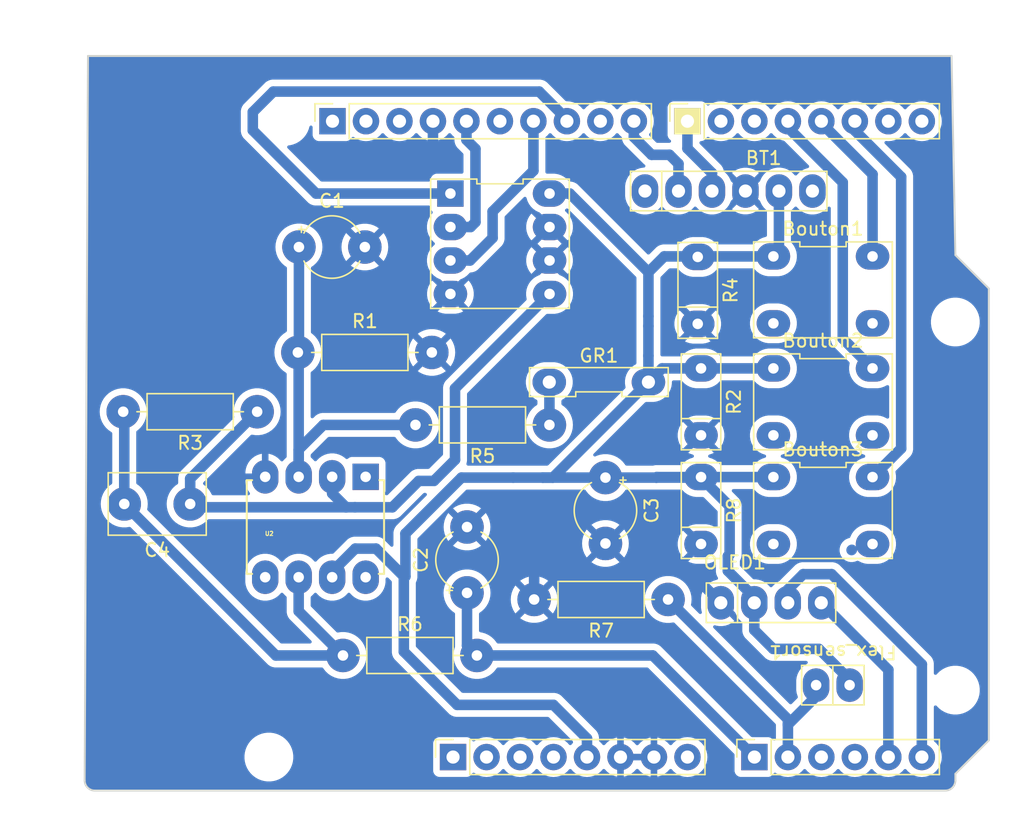
<source format=kicad_pcb>
(kicad_pcb (version 20240108) (generator "pcbnew") (generator_version "8.0")
  (title_block (date "mar. 31 mars 2015"))
  (layers (0 "F.Cu" signal) (31 "B.Cu" power) (34 "B.Paste" user) (35 "F.Paste" user) (36 "B.SilkS" user "B.Silkscreen") (37 "F.SilkS" user "F.Silkscreen") (38 "B.Mask" user) (39 "F.Mask" user) (44 "Edge.Cuts" user))
  (net 0 "")
  (net 1 "GND")
  (net 3 "+5V")
  (net 4 "/IOREF")
  (net 5 "P_SI")
  (net 6 "OLED_SCK")
  (net 7 "/A2")
  (net 8 "/A3")
  (net 9 "P_SCK")
  (net 10 "P_CS")
  (net 11 "OLED_SDT")
  (net 12 "/12")
  (net 13 "/AREF")
  (net 14 "BT_RX")
  (net 15 "FS_ADC")
  (net 16 "ADC")
  (net 17 "ER_SWITCH")
  (net 18 "/*9")
  (net 19 "BT_TX")
  (net 20 "ER_CLK")
  (net 21 "/*6")
  (net 22 "/*5")
  (net 23 "/TX{slash}1")
  (net 24 "ER_DT")
  (net 25 "/RX{slash}0")
  (net 26 "+3V3")
  (net 27 "VCC")
  (net 28 "/~{RESET}")
  (net 29 "Net-(U2-+IN)")
  (net 30 "Net-(U2-OUT)")
  (net 31 "Net-(U1-PA0)")
  (net 35 "/A5")
  (net 36 "/A4")
  (net 37 "Net-(GR1-Pad2)")
  (net 44 "unconnected-(Bouton3-Pad4)")
  (footprint "Connector_PinSocket_2.54mm:PinSocket_1x08_P2.54mm_Vertical" (layer "F.Cu") (at 127.94 97.46 90)
    (property "Reference" "J1" (hide yes))
    (property "Value" "Power")
    (fp_line (start 1.33 -1.33) (end 1.33 0) (stroke (width 0.12)) (layer "F.SilkS"))
    (fp_line (start 0 -1.33) (end 1.33 -1.33) (stroke (width 0.12)) (layer "F.SilkS"))
    (fp_line (start 1.33 1.27) (end 1.33 19.11) (stroke (width 0.12)) (layer "F.SilkS"))
    (fp_line (start -1.33 1.27) (end 1.33 1.27) (stroke (width 0.12)) (layer "F.SilkS"))
    (fp_line (start -1.33 1.27) (end -1.33 19.11) (stroke (width 0.12)) (layer "F.SilkS"))
    (fp_line (start -1.33 19.11) (end 1.33 19.11) (stroke (width 0.12)) (layer "F.SilkS"))
    (pad "1" thru_hole rect (at 0 0 90) (size 2 2) (drill 1) (layers "*.Cu" "*.Mask"))
    (pad "2" thru_hole oval (at 0 2.54 90) (size 2 2) (drill 1) (layers "*.Cu" "*.Mask") (net 4 "/IOREF"))
    (pad "3" thru_hole oval (at 0 5.08 90) (size 2 2) (drill 1) (layers "*.Cu" "*.Mask") (net 28 "/~{RESET}"))
    (pad "4" thru_hole oval (at 0 7.62 90) (size 2 2) (drill 1) (layers "*.Cu" "*.Mask") (net 26 "+3V3"))
    (pad "5" thru_hole oval (at 0 10.16 90) (size 2 2) (drill 1) (layers "*.Cu" "*.Mask") (net 3 "+5V"))
    (pad "6" thru_hole oval (at 0 12.7 90) (size 2 2) (drill 1) (layers "*.Cu" "*.Mask") (net 1 "GND"))
    (pad "7" thru_hole oval (at 0 15.24 90) (size 2 2) (drill 1) (layers "*.Cu" "*.Mask") (net 1 "GND"))
    (pad "8" thru_hole oval (at 0 17.78 90) (size 2 2) (drill 1) (layers "*.Cu" "*.Mask") (net 27 "VCC"))
  )
  (footprint "Connector_PinSocket_2.54mm:PinSocket_1x06_P2.54mm_Vertical" (layer "F.Cu") (at 150.8 97.46 90)
    (property "Reference" "J3" (hide yes))
    (property "Value" "Analog")
    (fp_line (start 1.33 -1.33) (end 1.33 0) (stroke (width 0.12)) (layer "F.SilkS"))
    (fp_line (start 0 -1.33) (end 1.33 -1.33) (stroke (width 0.12)) (layer "F.SilkS"))
    (fp_line (start 1.33 1.27) (end 1.33 14.03) (stroke (width 0.12)) (layer "F.SilkS"))
    (fp_line (start -1.33 1.27) (end 1.33 1.27) (stroke (width 0.12)) (layer "F.SilkS"))
    (fp_line (start -1.33 1.27) (end -1.33 14.03) (stroke (width 0.12)) (layer "F.SilkS"))
    (fp_line (start -1.33 14.03) (end 1.33 14.03) (stroke (width 0.12)) (layer "F.SilkS"))
    (pad "1" thru_hole rect (at 0 0 90) (size 2 2) (drill 1) (layers "*.Cu" "*.Mask") (net 16 "ADC"))
    (pad "2" thru_hole oval (at 0 2.54 90) (size 2 2) (drill 1) (layers "*.Cu" "*.Mask") (net 15 "FS_ADC"))
    (pad "3" thru_hole oval (at 0 5.08 90) (size 2 2) (drill 1) (layers "*.Cu" "*.Mask") (net 7 "/A2"))
    (pad "4" thru_hole oval (at 0 7.62 90) (size 2 2) (drill 1) (layers "*.Cu" "*.Mask") (net 8 "/A3"))
    (pad "5" thru_hole oval (at 0 10.16 90) (size 2 2) (drill 1) (layers "*.Cu" "*.Mask") (net 11 "OLED_SDT"))
    (pad "6" thru_hole oval (at 0 12.7 90) (size 2 2) (drill 1) (layers "*.Cu" "*.Mask") (net 6 "OLED_SCK"))
  )
  (footprint "Connector_PinSocket_2.54mm:PinSocket_1x10_P2.54mm_Vertical" (layer "F.Cu") (at 118.796 49.2 90)
    (property "Reference" "J2" (hide yes))
    (property "Value" "Digital/PWM")
    (fp_line (start 1.33 -1.33) (end 1.33 0) (stroke (width 0.12)) (layer "F.SilkS"))
    (fp_line (start 0 -1.33) (end 1.33 -1.33) (stroke (width 0.12)) (layer "F.SilkS"))
    (fp_line (start 1.33 1.27) (end 1.33 24.19) (stroke (width 0.12)) (layer "F.SilkS"))
    (fp_line (start -1.33 1.27) (end 1.33 1.27) (stroke (width 0.12)) (layer "F.SilkS"))
    (fp_line (start -1.33 1.27) (end -1.33 24.19) (stroke (width 0.12)) (layer "F.SilkS"))
    (fp_line (start -1.33 24.19) (end 1.33 24.19) (stroke (width 0.12)) (layer "F.SilkS"))
    (pad "1" thru_hole rect (at 0 0 90) (size 2 2) (drill 1) (layers "*.Cu" "*.Mask") (net 35 "/A5"))
    (pad "2" thru_hole oval (at 0 2.54 90) (size 2 2) (drill 1) (layers "*.Cu" "*.Mask") (net 36 "/A4"))
    (pad "3" thru_hole oval (at 0 5.08 90) (size 2 2) (drill 1) (layers "*.Cu" "*.Mask") (net 13 "/AREF"))
    (pad "4" thru_hole oval (at 0 7.62 90) (size 2 2) (drill 1) (layers "*.Cu" "*.Mask") (net 1 "GND"))
    (pad "5" thru_hole oval (at 0 10.16 90) (size 2 2) (drill 1) (layers "*.Cu" "*.Mask") (net 9 "P_SCK"))
    (pad "6" thru_hole oval (at 0 12.7 90) (size 2 2) (drill 1) (layers "*.Cu" "*.Mask") (net 12 "/12"))
    (pad "7" thru_hole oval (at 0 15.24 90) (size 2 2) (drill 1) (layers "*.Cu" "*.Mask") (net 5 "P_SI"))
    (pad "8" thru_hole oval (at 0 17.78 90) (size 2 2) (drill 1) (layers "*.Cu" "*.Mask") (net 10 "P_CS"))
    (pad "9" thru_hole oval (at 0 20.32 90) (size 2 2) (drill 1) (layers "*.Cu" "*.Mask") (net 18 "/*9"))
    (pad "10" thru_hole oval (at 0 22.86 90) (size 2 2) (drill 1) (layers "*.Cu" "*.Mask") (net 14 "BT_RX"))
  )
  (footprint "Connector_PinSocket_2.54mm:PinSocket_1x08_P2.54mm_Vertical" (layer "F.Cu") (at 145.72 49.2 90)
    (property "Reference" "J4" (hide yes))
    (property "Value" "Digital/PWM")
    (fp_line (start 1.33 -1.33) (end 1.33 0) (stroke (width 0.12)) (layer "F.SilkS"))
    (fp_line (start 0 -1.33) (end 1.33 -1.33) (stroke (width 0.12)) (layer "F.SilkS"))
    (fp_line (start 1.33 1.27) (end 1.33 19.11) (stroke (width 0.12)) (layer "F.SilkS"))
    (fp_line (start -1.33 1.27) (end 1.33 1.27) (stroke (width 0.12)) (layer "F.SilkS"))
    (fp_line (start -1.33 1.27) (end -1.33 19.11) (stroke (width 0.12)) (layer "F.SilkS"))
    (fp_line (start -1.33 19.11) (end 1.33 19.11) (stroke (width 0.12)) (layer "F.SilkS"))
    (pad "1" thru_hole rect (at 0 0 90) (size 2 2) (drill 1) (layers "*.Cu" "*.Mask" "F.SilkS") (net 19 "BT_TX"))
    (pad "2" thru_hole oval (at 0 2.54 90) (size 2 2) (drill 1) (layers "*.Cu" "*.Mask") (net 21 "/*6"))
    (pad "3" thru_hole oval (at 0 5.08 90) (size 2 2) (drill 1) (layers "*.Cu" "*.Mask") (net 22 "/*5"))
    (pad "4" thru_hole oval (at 0 7.62 90) (size 2 2) (drill 1) (layers "*.Cu" "*.Mask") (net 24 "ER_DT"))
    (pad "5" thru_hole oval (at 0 10.16 90) (size 2 2) (drill 1) (layers "*.Cu" "*.Mask") (net 20 "ER_CLK"))
    (pad "6" thru_hole oval (at 0 12.7 90) (size 2 2) (drill 1) (layers "*.Cu" "*.Mask") (net 17 "ER_SWITCH"))
    (pad "7" thru_hole oval (at 0 15.24 90) (size 2 2) (drill 1) (layers "*.Cu" "*.Mask") (net 23 "/TX{slash}1"))
    (pad "8" thru_hole oval (at 0 17.78 90) (size 2 2) (drill 1) (layers "*.Cu" "*.Mask") (net 25 "/RX{slash}0"))
  )
  (footprint "Resistor_THT:R_Axial_DIN0207_L6.3mm_D2.5mm_P10.16mm_Horizontal" (layer "F.Cu") (at 113.08 71.25 180)
    (property "Reference" "R3" (at 5.08 -2.37 180) (layer "F.SilkS"))
    (property "Value" "100k")
    (fp_line (start 9.12 0) (end 8.35 0) (stroke (width 0.12)) (layer "F.SilkS"))
    (fp_line (start 8.35 1.37) (end 8.35 -1.37) (stroke (width 0.12)) (layer "F.SilkS"))
    (fp_line (start 8.35 -1.37) (end 1.81 -1.37) (stroke (width 0.12)) (layer "F.SilkS"))
    (fp_line (start 1.81 1.37) (end 8.35 1.37) (stroke (width 0.12)) (layer "F.SilkS"))
    (fp_line (start 1.81 -1.37) (end 1.81 1.37) (stroke (width 0.12)) (layer "F.SilkS"))
    (fp_line (start 1.04 0) (end 1.81 0) (stroke (width 0.12)) (layer "F.SilkS"))
    (pad "1" thru_hole circle (at 0 0 180) (size 2.54 2.54) (drill 0.8) (layers "*.Cu" "*.Mask") (net 31 "Net-(U1-PA0)"))
    (pad "2" thru_hole circle (at 10.16 0 180) (size 2.54 2.54) (drill 0.8) (layers "*.Cu" "*.Mask") (net 30 "Net-(U2-OUT)"))
  )
  (footprint "MaLyb_projet:Res_debout" (layer "F.Cu") (at 146.75 78.75 90)
    (property "Reference" "R8" (at 0 2.5 90) (layer "F.SilkS"))
    (property "Value" "~")
    (fp_line (start 3.64 -1.5) (end 3.64 1.5) (stroke (width 0.12)) (layer "F.SilkS"))
    (fp_line (start -1.27 -1.5) (end -1.27 1.5) (stroke (width 0.12)) (layer "F.SilkS"))
    (fp_line (start -3.64 -1.5) (end 3.64 -1.5) (stroke (width 0.12)) (layer "F.SilkS"))
    (fp_line (start 3.64 1.5) (end -3.64 1.5) (stroke (width 0.12)) (layer "F.SilkS"))
    (fp_line (start -3.64 1.5) (end -3.64 -1.5) (stroke (width 0.12)) (layer "F.SilkS"))
    (pad "1" thru_hole oval (at -2.54 0 90) (size 2 2.54) (drill 0.8) (layers "*.Cu" "*.Mask") (net 1 "GND"))
    (pad "2" thru_hole oval (at 2.54 0 90) (size 2 2.54) (drill 0.8) (layers "*.Cu" "*.Mask") (net 3 "+5V"))
  )
  (footprint "MaLyb_projet:Bouton" (layer "F.Cu") (at 156 78.75 -90)
    (property "Reference" "Bouton3" (at -4.64 0 0) (layer "F.SilkS"))
    (property "Value" "~")
    (fp_line (start -3.64 5.26) (end 3.639999 5.26) (stroke (width 0.12)) (layer "F.SilkS"))
    (fp_line (start 3.639999 5.26) (end 3.64 -5.26) (stroke (width 0.12)) (layer "F.SilkS"))
    (fp_line (start -3.64 1.753333) (end -3.64 5.26) (stroke (width 0.12)) (layer "F.SilkS"))
    (fp_line (start -3.28 1.753333) (end -3.64 1.753333) (stroke (width 0.12)) (layer "F.SilkS"))
    (fp_line (start -3.64 -1.753333) (end -3.28 -1.753333) (stroke (width 0.12)) (layer "F.SilkS"))
    (fp_line (start -3.28 -1.753333) (end -3.28 1.753333) (stroke (width 0.12)) (layer "F.SilkS"))
    (fp_line (start -3.639999 -5.26) (end -3.64 -1.753333) (stroke (width 0.12)) (layer "F.SilkS"))
    (fp_line (start 3.64 -5.26) (end -3.639999 -5.26) (stroke (width 0.12)) (layer "F.SilkS"))
    (pad "1" thru_hole oval (at -2.54 3.76 270) (size 2 2.54) (drill 0.8) (layers "*.Cu" "*.Mask") (net 3 "+5V"))
    (pad "2" thru_hole oval (at 2.54 3.76 270) (size 2 2.54) (drill 0.8) (layers "*.Cu" "*.Mask"))
    (pad "3" thru_hole oval (at -2.54 -3.76 270) (size 2 2.54) (drill 0.8) (layers "*.Cu" "*.Mask") (net 17 "ER_SWITCH"))
    (pad "4" thru_hole oval (at 2.54 -3.76 270) (size 2 2.54) (drill 0.8) (layers "*.Cu" "*.Mask") (net 44 "unconnected-(Bouton3-Pad4)"))
  )
  (footprint "MaLyb_projet:OLED" (layer "F.Cu") (at 152.06 85.75)
    (property "Reference" "OLED1" (at -2.75 -3.06 0) (layer "F.SilkS"))
    (property "Value" "~")
    (fp_line (start -4.91 -1.5) (end 4.91 -1.5) (stroke (width 0.12)) (layer "F.SilkS"))
    (fp_line (start -4.91 1.5) (end -4.91 -1.5) (stroke (width 0.12)) (layer "F.SilkS"))
    (fp_line (start -2.54 -1.5) (end -2.54 1.5) (stroke (width 0.12)) (layer "F.SilkS"))
    (fp_line (start 4.91 -1.5) (end 4.91 1.5) (stroke (width 0.12)) (layer "F.SilkS"))
    (fp_line (start 4.91 1.5) (end -4.91 1.5) (stroke (width 0.12)) (layer "F.SilkS"))
    (pad "1" thru_hole oval (at -3.81 0) (size 2 2.54) (drill 1) (layers "*.Cu" "*.Mask") (net 1 "GND"))
    (pad "2" thru_hole oval (at -1.27 0) (size 2 2.54) (drill 1) (layers "*.Cu" "*.Mask") (net 3 "+5V"))
    (pad "3" thru_hole oval (at 1.27 0) (size 2 2.54) (drill 1) (layers "*.Cu" "*.Mask") (net 6 "OLED_SCK"))
    (pad "4" thru_hole oval (at 3.81 0) (size 2 2.54) (drill 1) (layers "*.Cu" "*.Mask") (net 11 "OLED_SDT"))
  )
  (footprint "Capacitor_THT:CP_Radial_Tantal_D4.5mm_P5.00mm" (layer "F.Cu") (at 116.25 58.75)
    (property "Reference" "C1" (at 2.5 -3.5 0) (layer "F.SilkS"))
    (property "Value" "100n")
    (fp_line (start -0.037288 -1.335) (end 0.412712 -1.335) (stroke (width 0.12)) (layer "F.SilkS"))
    (fp_line (start 0.187712 -1.56) (end 0.187712 -1.11) (stroke (width 0.12)) (layer "F.SilkS"))
    (fp_arc (start 0.380259 -1.06) (mid 2.5 -2.37) (end 4.619741 -1.06) (stroke (width 0.12)) (layer "F.SilkS"))
    (fp_arc (start 4.619741 1.06) (mid 2.5 2.37) (end 0.380259 1.06) (stroke (width 0.12)) (layer "F.SilkS"))
    (pad "1" thru_hole circle (at 0 0) (size 2.54 2.54) (drill 0.8) (layers "*.Cu" "*.Mask") (net 29 "Net-(U2-+IN)"))
    (pad "2" thru_hole circle (at 5 0) (size 2.54 2.54) (drill 0.8) (layers "*.Cu" "*.Mask") (net 1 "GND"))
  )
  (footprint "Capacitor_THT:C_Rect_L7.2mm_W4.5mm_P5.00mm_FKS2_FKP2_MKS2_MKP2" (layer "F.Cu") (at 108 78.25 180)
    (property "Reference" "C4" (at 2.5 -3.5 180) (layer "F.SilkS"))
    (property "Value" "1µ")
    (fp_line (start 6.22 -2.37) (end 6.22 2.37) (stroke (width 0.12)) (layer "F.SilkS"))
    (fp_line (start -1.22 2.37) (end 6.22 2.37) (stroke (width 0.12)) (layer "F.SilkS"))
    (fp_line (start -1.22 -2.37) (end 6.22 -2.37) (stroke (width 0.12)) (layer "F.SilkS"))
    (fp_line (start -1.22 -2.37) (end -1.22 2.37) (stroke (width 0.12)) (layer "F.SilkS"))
    (pad "1" thru_hole circle (at 0 0 180) (size 2.54 2.54) (drill 0.8) (layers "*.Cu" "*.Mask") (net 31 "Net-(U1-PA0)"))
    (pad "2" thru_hole circle (at 5 0 180) (size 2.54 2.54) (drill 0.8) (layers "*.Cu" "*.Mask") (net 30 "Net-(U2-OUT)"))
  )
  (footprint "Resistor_THT:R_Axial_DIN0207_L6.3mm_D2.5mm_P10.16mm_Horizontal" (layer "F.Cu") (at 144.25 85.5 180)
    (property "Reference" "R7" (at 5.08 -2.37 180) (layer "F.SilkS"))
    (property "Value" "47k")
    (fp_line (start 9.12 0) (end 8.35 0) (stroke (width 0.12)) (layer "F.SilkS"))
    (fp_line (start 8.35 1.37) (end 8.35 -1.37) (stroke (width 0.12)) (layer "F.SilkS"))
    (fp_line (start 8.35 -1.37) (end 1.81 -1.37) (stroke (width 0.12)) (layer "F.SilkS"))
    (fp_line (start 1.81 1.37) (end 8.35 1.37) (stroke (width 0.12)) (layer "F.SilkS"))
    (fp_line (start 1.81 -1.37) (end 1.81 1.37) (stroke (width 0.12)) (layer "F.SilkS"))
    (fp_line (start 1.04 0) (end 1.81 0) (stroke (width 0.12)) (layer "F.SilkS"))
    (pad "1" thru_hole circle (at 0 0 180) (size 2.54 2.54) (drill 0.8) (layers "*.Cu" "*.Mask") (net 15 "FS_ADC"))
    (pad "2" thru_hole circle (at 10.16 0 180) (size 2.54 2.54) (drill 0.8) (layers "*.Cu" "*.Mask") (net 1 "GND"))
  )
  (footprint "Capacitor_THT:CP_Radial_Tantal_D4.5mm_P5.00mm" (layer "F.Cu") (at 139.5 76.25 -90)
    (property "Reference" "C3" (at 2.5 -3.5 90) (layer "F.SilkS"))
    (property "Value" "100n")
    (fp_line (start -0.037288 -1.335) (end 0.412712 -1.335) (stroke (width 0.12)) (layer "F.SilkS"))
    (fp_line (start 0.187712 -1.56) (end 0.187712 -1.11) (stroke (width 0.12)) (layer "F.SilkS"))
    (fp_arc (start 4.619741 1.06) (mid 2.5 2.37) (end 0.380259 1.06) (stroke (width 0.12)) (layer "F.SilkS"))
    (fp_arc (start 0.380259 -1.06) (mid 2.5 -2.37) (end 4.619741 -1.06) (stroke (width 0.12)) (layer "F.SilkS"))
    (pad "1" thru_hole circle (at 0 0 270) (size 2.54 2.54) (drill 0.8) (layers "*.Cu" "*.Mask") (net 3 "+5V"))
    (pad "2" thru_hole circle (at 5 0 270) (size 2.54 2.54) (drill 0.8) (layers "*.Cu" "*.Mask") (net 1 "GND"))
  )
  (footprint "MaLyb_projet:MCP41100" (layer "F.Cu") (at 131.5 58.5 -90)
    (property "Reference" "U1" (hide yes))
    (property "Value" "MCP41100")
    (fp_line (start -4.91 5.26) (end 4.91 5.26) (stroke (width 0.12)) (layer "F.SilkS"))
    (fp_line (start 4.91 5.26) (end 4.91 -5.26) (stroke (width 0.12)) (layer "F.SilkS"))
    (fp_line (start -4.91 1.753333) (end -4.91 5.26) (stroke (width 0.12)) (layer "F.SilkS"))
    (fp_line (start -4.55 1.753333) (end -4.91 1.753333) (stroke (width 0.12)) (layer "F.SilkS"))
    (fp_line (start -4.91 -1.753333) (end -4.55 -1.753333) (stroke (width 0.12)) (layer "F.SilkS"))
    (fp_line (start -4.55 -1.753333) (end -4.55 1.753333) (stroke (width 0.12)) (layer "F.SilkS"))
    (fp_line (start -4.91 -5.26) (end -4.91 -1.753333) (stroke (width 0.12)) (layer "F.SilkS"))
    (fp_line (start 4.91 -5.26) (end -4.91 -5.26) (stroke (width 0.12)) (layer "F.SilkS"))
    (pad "1" thru_hole rect (at -3.81 3.76 270) (size 2 2) (drill 0.8) (layers "*.Cu" "*.Mask") (net 10 "P_CS"))
    (pad "2" thru_hole oval (at -1.27 3.76 270) (size 2 2.54) (drill 0.8) (layers "*.Cu" "*.Mask") (net 9 "P_SCK"))
    (pad "3" thru_hole oval (at 1.27 3.76 270) (size 2 2.54) (drill 0.8) (layers "*.Cu" "*.Mask") (net 5 "P_SI"))
    (pad "4" thru_hole oval (at 3.81 3.76 270) (size 2 2.54) (drill 0.8) (layers "*.Cu" "*.Mask") (net 1 "GND"))
    (pad "5" thru_hole oval (at 3.81 -3.76 270) (size 2 2.54) (drill 0.8) (layers "*.Cu" "*.Mask") (net 31 "Net-(U1-PA0)"))
    (pad "6" thru_hole oval (at 1.27 -3.76 270) (size 2 2.54) (drill 0.8) (layers "*.Cu" "*.Mask") (net 1 "GND"))
    (pad "7" thru_hole oval (at -1.27 -3.76 270) (size 2 2.54) (drill 0.8) (layers "*.Cu" "*.Mask") (net 1 "GND"))
    (pad "8" thru_hole oval (at -3.81 -3.76 270) (size 2 2.54) (drill 0.8) (layers "*.Cu" "*.Mask") (net 3 "+5V"))
  )
  (footprint "Arduino_MountingHole:MountingHole_3.2mm" (layer "F.Cu") (at 115.24 49.2)
    (property "Reference" "MH1" (hide yes))
    (property "Value" "MountingHole_3.2mm" (hide yes))
    (pad "" np_thru_hole circle (at 0 0) (size 3.2 3.2) (drill 3.2) (layers "*.Cu" "*.Mask"))
  )
  (footprint "MaLyb_projet:Res_debout" (layer "F.Cu") (at 146.75 70.5 90)
    (property "Reference" "R2" (at 0 2.5 90) (layer "F.SilkS"))
    (property "Value" "~")
    (fp_line (start 3.64 -1.5) (end 3.64 1.5) (stroke (width 0.12)) (layer "F.SilkS"))
    (fp_line (start -1.27 -1.5) (end -1.27 1.5) (stroke (width 0.12)) (layer "F.SilkS"))
    (fp_line (start -3.64 -1.5) (end 3.64 -1.5) (stroke (width 0.12)) (layer "F.SilkS"))
    (fp_line (start 3.64 1.5) (end -3.64 1.5) (stroke (width 0.12)) (layer "F.SilkS"))
    (fp_line (start -3.64 1.5) (end -3.64 -1.5) (stroke (width 0.12)) (layer "F.SilkS"))
    (pad "1" thru_hole oval (at -2.54 0 90) (size 2 2.54) (drill 0.8) (layers "*.Cu" "*.Mask") (net 1 "GND"))
    (pad "2" thru_hole oval (at 2.54 0 90) (size 2 2.54) (drill 0.8) (layers "*.Cu" "*.Mask") (net 3 "+5V"))
  )
  (footprint "MaLyb_projet:Bouton" (layer "F.Cu") (at 156 62 -90)
    (property "Reference" "Bouton1" (at -4.64 0 0) (layer "F.SilkS"))
    (property "Value" "~")
    (fp_line (start -3.64 5.26) (end 3.639999 5.26) (stroke (width 0.12)) (layer "F.SilkS"))
    (fp_line (start 3.639999 5.26) (end 3.64 -5.26) (stroke (width 0.12)) (layer "F.SilkS"))
    (fp_line (start -3.64 1.753333) (end -3.64 5.26) (stroke (width 0.12)) (layer "F.SilkS"))
    (fp_line (start -3.28 1.753333) (end -3.64 1.753333) (stroke (width 0.12)) (layer "F.SilkS"))
    (fp_line (start -3.64 -1.753333) (end -3.28 -1.753333) (stroke (width 0.12)) (layer "F.SilkS"))
    (fp_line (start -3.28 -1.753333) (end -3.28 1.753333) (stroke (width 0.12)) (layer "F.SilkS"))
    (fp_line (start -3.639999 -5.26) (end -3.64 -1.753333) (stroke (width 0.12)) (layer "F.SilkS"))
    (fp_line (start 3.64 -5.26) (end -3.639999 -5.26) (stroke (width 0.12)) (layer "F.SilkS"))
    (pad "1" thru_hole oval (at -2.54 3.76 270) (size 2 2.54) (drill 0.8) (layers "*.Cu" "*.Mask") (net 3 "+5V"))
    (pad "2" thru_hole oval (at 2.54 3.76 270) (size 2 2.54) (drill 0.8) (layers "*.Cu" "*.Mask"))
    (pad "3" thru_hole oval (at -2.54 -3.76 270) (size 2 2.54) (drill 0.8) (layers "*.Cu" "*.Mask") (net 20 "ER_CLK"))
    (pad "4" thru_hole oval (at 2.54 -3.76 270) (size 2 2.54) (drill 0.8) (layers "*.Cu" "*.Mask"))
  )
  (footprint "Capacitor_THT:CP_Radial_Tantal_D4.5mm_P5.00mm" (layer "F.Cu") (at 129 85 90)
    (property "Reference" "C2" (at 2.5 -3.5 -90) (layer "F.SilkS"))
    (property "Value" "100n")
    (fp_line (start 0.187712 -1.56) (end 0.187712 -1.11) (stroke (width 0.12)) (layer "F.SilkS"))
    (fp_line (start -0.037288 -1.335) (end 0.412712 -1.335) (stroke (width 0.12)) (layer "F.SilkS"))
    (fp_arc (start 0.380259 -1.06) (mid 2.5 -2.37) (end 4.619741 -1.06) (stroke (width 0.12)) (layer "F.SilkS"))
    (fp_arc (start 4.619741 1.06) (mid 2.5 2.37) (end 0.380259 1.06) (stroke (width 0.12)) (layer "F.SilkS"))
    (pad "1" thru_hole circle (at 0 0 90) (size 2.54 2.54) (drill 0.8) (layers "*.Cu" "*.Mask") (net 16 "ADC"))
    (pad "2" thru_hole circle (at 5 0 90) (size 2.54 2.54) (drill 0.8) (layers "*.Cu" "*.Mask") (net 1 "GND"))
  )
  (footprint "Resistor_THT:R_Axial_DIN0207_L6.3mm_D2.5mm_P10.16mm_Horizontal" (layer "F.Cu") (at 119.59 89.75)
    (property "Reference" "R6" (at 5.08 -2.37 0) (layer "F.SilkS"))
    (property "Value" "1k")
    (fp_line (start 1.04 0) (end 1.81 0) (stroke (width 0.12)) (layer "F.SilkS"))
    (fp_line (start 1.81 -1.37) (end 1.81 1.37) (stroke (width 0.12)) (layer "F.SilkS"))
    (fp_line (start 1.81 1.37) (end 8.35 1.37) (stroke (width 0.12)) (layer "F.SilkS"))
    (fp_line (start 8.35 -1.37) (end 1.81 -1.37) (stroke (width 0.12)) (layer "F.SilkS"))
    (fp_line (start 8.35 1.37) (end 8.35 -1.37) (stroke (width 0.12)) (layer "F.SilkS"))
    (fp_line (start 9.12 0) (end 8.35 0) (stroke (width 0.12)) (layer "F.SilkS"))
    (pad "1" thru_hole circle (at 0 0) (size 2.54 2.54) (drill 0.8) (layers "*.Cu" "*.Mask") (net 30 "Net-(U2-OUT)"))
    (pad "2" thru_hole circle (at 10.16 0) (size 2.54 2.54) (drill 0.8) (layers "*.Cu" "*.Mask") (net 16 "ADC"))
  )
  (footprint "MaLyb_projet:LTC1050" (layer "F.Cu") (at 113.69 83.81 -90)
    (property "Reference" "U2" (at -3.31 -0.31 180) (layer "F.SilkS") (effects (font (size 0.314961 0.314961))))
    (property "Value" "LTC1050ACN8_PBF")
    (fp_line (start -7.366 1.397) (end -0.254 1.397) (stroke (width 0.1524)) (layer "F.SilkS"))
    (fp_line (start -0.254 1.397) (end -0.254 0.9906) (stroke (width 0.1524)) (layer "F.SilkS"))
    (fp_line (start -7.366 0.9906) (end -7.366 1.397) (stroke (width 0.1524)) (layer "F.SilkS"))
    (fp_line (start -0.254 -8.6106) (end -0.254 -9.017) (stroke (width 0.1524)) (layer "F.SilkS"))
    (fp_line (start -7.366 -9.017) (end -7.366 -8.6614) (stroke (width 0.1524)) (layer "F.SilkS"))
    (fp_line (start -0.254 -9.017) (end -7.366 -9.017) (stroke (width 0.1524)) (layer "F.SilkS"))
    (pad "1" thru_hole rect (at -7.62 -7.62 270) (size 2 2) (drill 0.8) (layers "*.Cu" "*.Mask"))
    (pad "2" thru_hole oval (at -7.62 -5.08 270) (size 2.54 2) (drill 0.8) (layers "*.Cu" "*.Mask") (net 31 "Net-(U1-PA0)"))
    (pad "3" thru_hole oval (at -7.62 -2.54 270) (size 2.54 2) (drill 0.8) (layers "*.Cu" "*.Mask") (net 29 "Net-(U2-+IN)"))
    (pad "4" thru_hole oval (at -7.62 0 270) (size 2.54 2) (drill 0.8) (layers "*.Cu" "*.Mask") (net 1 "GND"))
    (pad "5" thru_hole oval (at 0 0 270) (size 2.54 2) (drill 0.8) (layers "*.Cu" "*.Mask"))
    (pad "6" thru_hole oval (at 0 -2.54 270) (size 2.54 2) (drill 0.8) (layers "*.Cu" "*.Mask") (net 30 "Net-(U2-OUT)"))
    (pad "7" thru_hole oval (at 0 -5.08 270) (size 2.54 2) (drill 0.8) (layers "*.Cu" "*.Mask") (net 3 "+5V"))
    (pad "8" thru_hole oval (at 0 -7.62 270) (size 2.54 2) (drill 0.8) (layers "*.Cu" "*.Mask"))
  )
  (footprint "MaLyb_projet:Res_debout" (layer "F.Cu") (at 146.5 62.04 90)
    (property "Reference" "R4" (at 0 2.5 90) (layer "F.SilkS"))
    (property "Value" "~")
    (fp_line (start 3.64 -1.5) (end 3.64 1.5) (stroke (width 0.12)) (layer "F.SilkS"))
    (fp_line (start -1.27 -1.5) (end -1.27 1.5) (stroke (width 0.12)) (layer "F.SilkS"))
    (fp_line (start -3.64 -1.5) (end 3.64 -1.5) (stroke (width 0.12)) (layer "F.SilkS"))
    (fp_line (start 3.64 1.5) (end -3.64 1.5) (stroke (width 0.12)) (layer "F.SilkS"))
    (fp_line (start -3.64 1.5) (end -3.64 -1.5) (stroke (width 0.12)) (layer "F.SilkS"))
    (pad "1" thru_hole oval (at -2.54 0 90) (size 2 2.54) (drill 0.8) (layers "*.Cu" "*.Mask") (net 1 "GND"))
    (pad "2" thru_hole oval (at 2.54 0 90) (size 2 2.54) (drill 0.8) (layers "*.Cu" "*.Mask") (net 3 "+5V"))
  )
  (footprint "MaLyb_projet:Capteur_GR" (layer "F.Cu") (at 139 69 90)
    (property "Reference" "GR1" (at 2 0 0) (layer "F.SilkS"))
    (property "Value" "~")
    (fp_line (start 1.1 -5.26) (end -1.099999 -5.26) (stroke (width 0.12)) (layer "F.SilkS"))
    (fp_line (start -1.099999 -5.26) (end -1.1 -1.753333) (stroke (width 0.12)) (layer "F.SilkS"))
    (fp_line (start -0.739999 -1.753333) (end -0.74 1.753333) (stroke (width 0.12)) (layer "F.SilkS"))
    (fp_line (start -1.1 -1.753333) (end -0.739999 -1.753333) (stroke (width 0.12)) (layer "F.SilkS"))
    (fp_line (start -0.74 1.753333) (end -1.1 1.753333) (stroke (width 0.12)) (layer "F.SilkS"))
    (fp_line (start -1.1 1.753333) (end -1.1 5.26) (stroke (width 0.12)) (layer "F.SilkS"))
    (fp_line (start 1.099999 5.26) (end 1.1 -5.26) (stroke (width 0.12)) (layer "F.SilkS"))
    (fp_line (start -1.1 5.26) (end 1.099999 5.26) (stroke (width 0.12)) (layer "F.SilkS"))
    (pad "1" thru_hole oval (at 0 3.76 90) (size 2 2.54) (drill 1) (layers "*.Cu" "*.Mask") (net 3 "+5V"))
    (pad "2" thru_hole oval (at 0 -3.76 90) (size 2 2.54) (drill 1) (layers "*.Cu" "*.Mask") (net 37 "Net-(GR1-Pad2)"))
  )
  (footprint "Resistor_THT:R_Axial_DIN0207_L6.3mm_D2.5mm_P10.16mm_Horizontal" (layer "F.Cu") (at 135.25 72.25 180)
    (property "Reference" "R5" (at 5.08 -2.37 180) (layer "F.SilkS"))
    (property "Value" "10k")
    (fp_line (start 9.12 0) (end 8.35 0) (stroke (width 0.12)) (layer "F.SilkS"))
    (fp_line (start 8.35 1.37) (end 8.35 -1.37) (stroke (width 0.12)) (layer "F.SilkS"))
    (fp_line (start 8.35 -1.37) (end 1.81 -1.37) (stroke (width 0.12)) (layer "F.SilkS"))
    (fp_line (start 1.81 1.37) (end 8.35 1.37) (stroke (width 0.12)) (layer "F.SilkS"))
    (fp_line (start 1.81 -1.37) (end 1.81 1.37) (stroke (width 0.12)) (layer "F.SilkS"))
    (fp_line (start 1.04 0) (end 1.81 0) (stroke (width 0.12)) (layer "F.SilkS"))
    (pad "1" thru_hole circle (at 0 0 180) (size 2.54 2.54) (drill 0.8) (layers "*.Cu" "*.Mask") (net 37 "Net-(GR1-Pad2)"))
    (pad "2" thru_hole circle (at 10.16 0 180) (size 2.54 2.54) (drill 0.8) (layers "*.Cu" "*.Mask") (net 29 "Net-(U2-+IN)"))
  )
  (footprint "Resistor_THT:R_Axial_DIN0207_L6.3mm_D2.5mm_P10.16mm_Horizontal" (layer "F.Cu") (at 116.17 66.75)
    (property "Reference" "R1" (at 5.08 -2.37 0) (layer "F.SilkS"))
    (property "Value" "100k")
    (fp_line (start 1.04 0) (end 1.81 0) (stroke (width 0.12)) (layer "F.SilkS"))
    (fp_line (start 1.81 -1.37) (end 1.81 1.37) (stroke (width 0.12)) (layer "F.SilkS"))
    (fp_line (start 1.81 1.37) (end 8.35 1.37) (stroke (width 0.12)) (layer "F.SilkS"))
    (fp_line (start 8.35 -1.37) (end 1.81 -1.37) (stroke (width 0.12)) (layer "F.SilkS"))
    (fp_line (start 8.35 1.37) (end 8.35 -1.37) (stroke (width 0.12)) (layer "F.SilkS"))
    (fp_line (start 9.12 0) (end 8.35 0) (stroke (width 0.12)) (layer "F.SilkS"))
    (pad "1" thru_hole circle (at 0 0) (size 2.54 2.54) (drill 0.8) (layers "*.Cu" "*.Mask") (net 29 "Net-(U2-+IN)"))
    (pad "2" thru_hole circle (at 10.16 0) (size 2.54 2.54) (drill 0.8) (layers "*.Cu" "*.Mask") (net 1 "GND"))
  )
  (footprint "MaLyb_projet:Bouton" (layer "F.Cu") (at 156 70.5 -90)
    (property "Reference" "Bouton2" (at -4.64 0 0) (layer "F.SilkS"))
    (property "Value" "~")
    (fp_line (start -3.64 5.26) (end 3.639999 5.26) (stroke (width 0.12)) (layer "F.SilkS"))
    (fp_line (start 3.639999 5.26) (end 3.64 -5.26) (stroke (width 0.12)) (layer "F.SilkS"))
    (fp_line (start -3.64 1.753333) (end -3.64 5.26) (stroke (width 0.12)) (layer "F.SilkS"))
    (fp_line (start -3.28 1.753333) (end -3.64 1.753333) (stroke (width 0.12)) (layer "F.SilkS"))
    (fp_line (start -3.64 -1.753333) (end -3.28 -1.753333) (stroke (width 0.12)) (layer "F.SilkS"))
    (fp_line (start -3.28 -1.753333) (end -3.28 1.753333) (stroke (width 0.12)) (layer "F.SilkS"))
    (fp_line (start -3.639999 -5.26) (end -3.64 -1.753333) (stroke (width 0.12)) (layer "F.SilkS"))
    (fp_line (start 3.64 -5.26) (end -3.639999 -5.26) (stroke (width 0.12)) (layer "F.SilkS"))
    (pad "1" thru_hole oval (at -2.54 3.76 270) (size 2 2.54) (drill 0.8) (layers "*.Cu" "*.Mask") (net 3 "+5V"))
    (pad "2" thru_hole oval (at 2.54 3.76 270) (size 2 2.54) (drill 0.8) (layers "*.Cu" "*.Mask"))
    (pad "3" thru_hole oval (at -2.54 -3.76 270) (size 2 2.54) (drill 0.8) (layers "*.Cu" "*.Mask") (net 24 "ER_DT"))
    (pad "4" thru_hole oval (at 2.54 -3.76 270) (size 2 2.54) (drill 0.8) (layers "*.Cu" "*.Mask"))
  )
  (footprint "Arduino_MountingHole:MountingHole_3.2mm" (layer "F.Cu") (at 113.97 97.46)
    (property "Reference" "MH2" (hide yes))
    (property "Value" "MountingHole_3.2mm" (hide yes))
    (pad "" np_thru_hole circle (at 0 0) (size 3.2 3.2) (drill 3.2) (layers "*.Cu" "*.Mask"))
  )
  (footprint "Arduino_MountingHole:MountingHole_3.2mm" (layer "F.Cu") (at 166.04 64.44)
    (property "Reference" "MH3" (hide yes))
    (property "Value" "MountingHole_3.2mm" (hide yes))
    (pad "" np_thru_hole circle (at 0 0) (size 3.2 3.2) (drill 3.2) (layers "*.Cu" "*.Mask"))
  )
  (footprint "Arduino_MountingHole:MountingHole_3.2mm" (layer "F.Cu") (at 166.04 92.38)
    (property "Reference" "MH4" (hide yes))
    (property "Value" "MountingHole_3.2mm" (hide yes))
    (pad "" np_thru_hole circle (at 0 0) (size 3.2 3.2) (drill 3.2) (layers "*.Cu" "*.Mask"))
  )
  (footprint "MaLyb_projet:Flex_Sensor" (layer "F.Cu") (at 156.75 92 180)
    (property "Reference" "Flex_sensor1" (at 0 2.5 180) (layer "F.SilkS"))
    (property "Value" "~")
    (fp_line (start 2.37 1.5) (end -2.37 1.5) (stroke (width 0.12)) (layer "F.SilkS"))
    (fp_line (start 2.37 -1.5) (end 2.37 1.5) (stroke (width 0.12)) (layer "F.SilkS"))
    (fp_line (start 0 -1.5) (end 0 1.5) (stroke (width 0.12)) (layer "F.SilkS"))
    (fp_line (start -2.37 1.5) (end -2.37 -1.5) (stroke (width 0.12)) (layer "F.SilkS"))
    (fp_line (start -2.37 -1.5) (end 2.37 -1.5) (stroke (width 0.12)) (layer "F.SilkS"))
    (pad "1" thru_hole oval (at -1.27 0 180) (size 2 2.54) (drill 0.8) (layers "*.Cu" "*.Mask") (net 3 "+5V"))
    (pad "2" thru_hole oval (at 1.27 0 180) (size 2 2.54) (drill 0.8) (layers "*.Cu" "*.Mask") (net 15 "FS_ADC"))
  )
  (footprint "MaLyb_projet:HT-05" (layer "F.Cu") (at 148.85 54.5)
    (property "Reference" "BT1" (at 2.65 -2.5 0) (layer "F.SilkS"))
    (property "Value" "~")
    (fp_line (start -7.45 -1.5) (end 7.45 -1.5) (stroke (width 0.12)) (layer "F.SilkS"))
    (fp_line (start -7.45 1.5) (end -7.45 -1.5) (stroke (width 0.12)) (layer "F.SilkS"))
    (fp_line (start -5.08 -1.5) (end -5.08 1.5) (stroke (width 0.12)) (layer "F.SilkS"))
    (fp_line (start 7.45 -1.5) (end 7.45 1.5) (stroke (width 0.12)) (layer "F.SilkS"))
    (fp_line (start 7.45 1.5) (end -7.45 1.5) (stroke (width 0.12)) (layer "F.SilkS"))
    (pad "1" thru_hole oval (at -6.35 0) (size 2 2.54) (drill 1) (layers "*.Cu" "*.Mask"))
    (pad "2" thru_hole oval (at -3.81 0) (size 2 2.54) (drill 1) (layers "*.Cu" "*.Mask") (net 14 "BT_RX"))
    (pad "3" thru_hole oval (at -1.27 0) (size 2 2.54) (drill 1) (layers "*.Cu" "*.Mask" "Eco2.User") (net 19 "BT_TX"))
    (pad "4" thru_hole oval (at 1.27 0) (size 2 2.54) (drill 1) (layers "*.Cu" "*.Mask") (net 1 "GND"))
    (pad "5" thru_hole oval (at 3.81 0) (size 2 2.54) (drill 1) (layers "*.Cu" "*.Mask") (net 3 "+5V"))
    (pad "6" thru_hole oval (at 6.35 0) (size 2 2.54) (drill 1) (layers "*.Cu" "*.Mask"))
  )
  (gr_line (start 166.04 59.36) (end 168.58 61.9) (stroke (width 0.15)) (layer "Edge.Cuts"))
  (gr_line (start 100 99.238) (end 100.25 44.25) (stroke (width 0.15)) (layer "Edge.Cuts"))
  (gr_line (start 168.58 61.9) (end 168.58 96.19) (stroke (width 0.15)) (layer "Edge.Cuts"))
  (gr_line (start 165.278 100) (end 100.762 100) (stroke (width 0.15)) (layer "Edge.Cuts"))
  (gr_line (start 100.25 44.25) (end 165.75 44.25) (stroke (width 0.15)) (layer "Edge.Cuts"))
  (gr_arc (start 100.762 100) (mid 100.223185 99.776815) (end 100 99.238) (stroke (width 0.15)) (layer "Edge.Cuts"))
  (gr_line (start 168.58 96.19) (end 166.04 98.73) (stroke (width 0.15)) (layer "Edge.Cuts"))
  (gr_arc (start 166.04 99.238) (mid 165.816815 99.776815) (end 165.278 100) (stroke (width 0.15)) (layer "Edge.Cuts"))
  (gr_line (start 165.75 44.25) (end 166.04 59.36) (stroke (width 0.15)) (layer "Edge.Cuts"))
  (gr_line (start 166.04 98.73) (end 166.04 99.238) (stroke (width 0.15)) (layer "Edge.Cuts"))
  (segment (start 126.416 51.416) (end 126.5 51.5) (width 0.8) (layer "B.Cu") (net 1))
  (segment (start 126.416 49.2) (end 126.416 51.416) (width 0.8) (layer "B.Cu") (net 1))
  (segment (start 134.09 85.5) (end 134.09 82.66) (width 0.8) (layer "B.Cu") (net 1))
  (segment (start 146.25 83.75) (end 145.75 83.75) (width 0.8) (layer "B.Cu") (net 1))
  (segment (start 134.09 82.66) (end 134.25 82.5) (width 0.8) (layer "B.Cu") (net 1))
  (segment (start 148.25 85.75) (end 146.25 83.75) (width 0.8) (layer "B.Cu") (net 1))
  (segment (start 152.24 59.46) (end 143.96 59.46) (width 0.8) (layer "B.Cu") (net 3))
  (segment (start 142.76 60.66) (end 136.79 54.69) (width 0.8) (layer "B.Cu") (net 3))
  (segment (start 139.5 76.25) (end 134.75 76.25) (width 0.8) (layer "B.Cu") (net 3))
  (segment (start 124.327322 80.5) (end 124.327322 83.749684) (width 0.8) (layer "B.Cu") (net 3))
  (segment (start 138.1 96.045787) (end 135.554213 93.5) (width 0.8) (layer "B.Cu") (net 3))
  (segment (start 132.5 76.25) (end 134.75 76.25) (width 0.8) (layer "B.Cu") (net 3))
  (segment (start 138.1 97.46) (end 138.1 96.045787) (width 0.8) (layer "B.Cu") (net 3))
  (segment (start 152.24 76.21) (end 143.4 76.21) (width 0.8) (layer "B.Cu") (net 3))
  (segment (start 135.51 76.25) (end 142.76 69) (width 0.8) (layer "B.Cu") (net 3))
  (segment (start 150.79 85.75) (end 150.79 87.82) (width 0.8) (layer "B.Cu") (net 3))
  (segment (start 152.24 67.96) (end 143.8 67.96) (width 0.8) (layer "B.Cu") (net 3))
  (segment (start 152.66 54.5) (end 152.66 59.04) (width 0.8) (layer "B.Cu") (net 3))
  (segment (start 143.96 59.46) (end 142.76 60.66) (width 0.8) (layer "B.Cu") (net 3))
  (segment (start 152.66 59.04) (end 152.24 59.46) (width 0.8) (layer "B.Cu") (net 3))
  (segment (start 148.787006 82.21) (end 148.92 82.077006) (width 0.8) (layer "B.Cu") (net 3))
  (segment (start 124.327322 83.749684) (end 124.20669 83.749684) (width 0.8) (layer "B.Cu") (net 3))
  (segment (start 142.76 64.75) (end 142.76 64) (width 0.8) (layer "B.Cu") (net 3))
  (segment (start 150.79 85.332994) (end 148.787006 83.33) (width 0.8) (layer "B.Cu") (net 3))
  (segment (start 150.79 87.82) (end 152.22 89.25) (width 0.8) (layer "B.Cu") (net 3))
  (segment (start 124.20669 89.45669) (end 124.20669 83.749684) (width 0.8) (layer "B.Cu") (net 3))
  (segment (start 158.02 91.582994) (end 158.02 92) (width 0.8) (layer "B.Cu") (net 3))
  (segment (start 146.75 76.25) (end 143.36 76.25) (width 0.8) (layer "B.Cu") (net 3))
  (segment (start 142.76 64) (end 142.76 60.66) (width 0.8) (layer "B.Cu") (net 3))
  (segment (start 152.22 89.25) (end 155.687006 89.25) (width 0.8) (layer "B.Cu") (net 3))
  (segment (start 143.8 67.96) (end 142.76 69) (width 0.8) (layer "B.Cu") (net 3))
  (segment (start 128.25 93.5) (end 124.20669 89.45669) (width 0.8) (layer "B.Cu") (net 3))
  (segment (start 150.79 85.75) (end 150.79 85.332994) (width 0.8) (layer "B.Cu") (net 3))
  (segment (start 118.77 83.392994) (end 118.77 83.81) (width 0.8) (layer "B.Cu") (net 3))
  (segment (start 143.36 76.25) (end 139.5 76.25) (width 0.8) (layer "B.Cu") (net 3))
  (segment (start 148.92 82.077006) (end 148.92 78.42) (width 0.8) (layer "B.Cu") (net 3))
  (segment (start 148.92 78.42) (end 146.75 76.25) (width 0.8) (layer "B.Cu") (net 3))
  (segment (start 143.4 76.21) (end 143.36 76.25) (width 0.8) (layer "B.Cu") (net 3))
  (segment (start 122.097006 81.64) (end 120.522994 81.64) (width 0.8) (layer "B.Cu") (net 3))
  (segment (start 142.76 67) (end 142.76 69) (width 0.8) (layer "B.Cu") (net 3))
  (segment (start 155.687006 89.25) (end 158.02 91.582994) (width 0.8) (layer "B.Cu") (net 3))
  (segment (start 120.522994 81.64) (end 118.77 83.392994) (width 0.8) (layer "B.Cu") (net 3))
  (segment (start 128.577322 76.25) (end 132.5 76.25) (width 0.8) (layer "B.Cu") (net 3))
  (segment (start 124.327322 80.5) (end 128.577322 76.25) (width 0.8) (layer "B.Cu") (net 3))
  (segment (start 135.554213 93.5) (end 128.25 93.5) (width 0.8) (layer "B.Cu") (net 3))
  (segment (start 134.75 76.25) (end 135.51 76.25) (width 0.8) (layer "B.Cu") (net 3))
  (segment (start 136.79 54.69) (end 135.26 54.69) (width 0.8) (layer "B.Cu") (net 3))
  (segment (start 124.20669 83.749684) (end 122.097006 81.64) (width 0.8) (layer "B.Cu") (net 3))
  (segment (start 142.76 67) (end 142.76 64.75) (width 0.8) (layer "B.Cu") (net 3))
  (segment (start 148.787006 83.33) (end 148.787006 82.21) (width 0.8) (layer "B.Cu") (net 3))
  (segment (start 130.94 56.052994) (end 130.94 58.06) (width 0.8) (layer "B.Cu") (net 5))
  (segment (start 134.036 52.956994) (end 130.94 56.052994) (width 0.8) (layer "B.Cu") (net 5))
  (segment (start 134.036 49.2) (end 134.036 52.956994) (width 0.8) (layer "B.Cu") (net 5))
  (segment (start 130.94 58.06) (end 129.23 59.77) (width 0.8) (layer "B.Cu") (net 5))
  (segment (start 129.23 59.77) (end 127.74 59.77) (width 0.8) (layer "B.Cu") (net 5))
  (segment (start 156.657006 83.58) (end 163.5 90.422994) (width 0.8) (layer "B.Cu") (net 6))
  (segment (start 154.5 83.58) (end 156.657006 83.58) (width 0.8) (layer "B.Cu") (net 6))
  (segment (start 153.33 84.75) (end 154.5 83.58) (width 0.8) (layer "B.Cu") (net 6))
  (segment (start 163.5 90.422994) (end 163.5 97.46) (width 0.8) (layer "B.Cu") (net 6))
  (segment (start 153.33 85.75) (end 153.33 84.75) (width 0.8) (layer "B.Cu") (net 6))
  (segment (start 129.64 51.298213) (end 129.64 56.86) (width 0.8) (layer "B.Cu") (net 9))
  (segment (start 128.956 49.2) (end 128.956 50.614213) (width 0.8) (layer "B.Cu") (net 9))
  (segment (start 129.64 56.86) (end 129.27 57.23) (width 0.8) (layer "B.Cu") (net 9))
  (segment (start 128.956 50.614213) (end 129.64 51.298213) (width 0.8) (layer "B.Cu") (net 9))
  (segment (start 129.27 57.23) (end 127.74 57.23) (width 0.8) (layer "B.Cu") (net 9))
  (segment (start 112.75 48.508019) (end 112.75 49.891981) (width 0.8) (layer "B.Cu") (net 10))
  (segment (start 114.308019 46.95) (end 112.75 48.508019) (width 0.8) (layer "B.Cu") (net 10))
  (segment (start 117.548019 54.69) (end 127.74 54.69) (width 0.8) (layer "B.Cu") (net 10))
  (segment (start 136.576 49.2) (end 136.576 49.052994) (width 0.8) (layer "B.Cu") (net 10))
  (segment (start 112.75 49.891981) (end 117.548019 54.69) (width 0.8) (layer "B.Cu") (net 10))
  (segment (start 134.473006 46.95) (end 114.308019 46.95) (width 0.8) (layer "B.Cu") (net 10))
  (segment (start 136.576 49.052994) (end 134.473006 46.95) (width 0.8) (layer "B.Cu") (net 10))
  (segment (start 155.87 85.75) (end 160.96 90.84) (width 0.8) (layer "B.Cu") (net 11))
  (segment (start 160.96 90.84) (end 160.96 97.46) (width 0.8) (layer "B.Cu") (net 11))
  (segment (start 131.496 49.2) (end 131.2 49.496) (width 0.8) (layer "B.Cu") (net 12))
  (segment (start 141.656 50.406) (end 143 51.75) (width 0.8) (layer "B.Cu") (net 14))
  (segment (start 145.04 52.43) (end 145.04 54.5) (width 0.8) (layer "B.Cu") (net 14))
  (segment (start 144.36 51.75) (end 145.04 52.43) (width 0.8) (layer "B.Cu") (net 14))
  (segment (start 143 51.75) (end 144.36 51.75) (width 0.8) (layer "B.Cu") (net 14))
  (segment (start 141.656 49.2) (end 141.656 50.406) (width 0.8) (layer "B.Cu") (net 14))
  (segment (start 144.24 85.49) (end 144.25 85.5) (width 0.8) (layer "B.Cu") (net 15))
  (segment (start 155.48 92.86) (end 153.34 95) (width 0.8) (layer "B.Cu") (net 15))
  (segment (start 155.48 92) (end 155.48 92.86) (width 0.8) (layer "B.Cu") (net 15))
  (segment (start 144.25 85.5) (end 153.34 94.59) (width 0.8) (layer "B.Cu") (net 15))
  (segment (start 153.34 94.59) (end 153.34 95) (width 0.8) (layer "B.Cu") (net 15))
  (segment (start 153.34 95) (end 153.34 97.46) (width 0.8) (layer "B.Cu") (net 15))
  (segment (start 129 85) (end 129 89) (width 0.8) (layer "B.Cu") (net 16))
  (segment (start 143.09 89.75) (end 150.8 97.46) (width 0.8) (layer "B.Cu") (net 16))
  (segment (start 129 89) (end 129.75 89.75) (width 0.8) (layer "B.Cu") (net 16))
  (segment (start 150.509188 97.46) (end 150.8 97.46) (width 0.8) (layer "B.Cu") (net 16))
  (segment (start 129.75 89.75) (end 143.09 89.75) (width 0.8) (layer "B.Cu") (net 16))
  (segment (start 161.93 53.43) (end 161.93 74.04) (width 0.8) (layer "B.Cu") (net 17))
  (segment (start 161.93 74.04) (end 159.76 76.21) (width 0.8) (layer "B.Cu") (net 17))
  (segment (start 158.42 49.2) (end 158.42 49.92) (width 0.8) (layer "B.Cu") (net 17))
  (segment (start 158.42 49.92) (end 161.93 53.43) (width 0.8) (layer "B.Cu") (net 17))
  (segment (start 145.72 51.271522) (end 147.58 53.131522) (width 0.8) (layer "B.Cu") (net 19))
  (segment (start 147.58 53.131522) (end 147.58 54.5) (width 0.8) (layer "B.Cu") (net 19))
  (segment (start 145.72 49.2) (end 145.72 51.271522) (width 0.8) (layer "B.Cu") (net 19))
  (segment (start 159.76 53.227006) (end 155.88 49.347006) (width 0.8) (layer "B.Cu") (net 20))
  (segment (start 159.76 59.46) (end 159.76 53.227006) (width 0.8) (layer "B.Cu") (net 20))
  (segment (start 155.88 49.347006) (end 155.88 49.2) (width 0.8) (layer "B.Cu") (net 20))
  (segment (start 153.34 49.682994) (end 157.5 53.842994) (width 0.8) (layer "B.Cu") (net 24))
  (segment (start 153.34 49.2) (end 153.34 49.682994) (width 0.8) (layer "B.Cu") (net 24))
  (segment (start 157.5 53.842994) (end 157.5 65.7) (width 0.8) (layer "B.Cu") (net 24))
  (segment (start 157.5 65.7) (end 159.76 67.96) (width 0.8) (layer "B.Cu") (net 24))
  (segment (start 116.25 58.75) (end 116.25 66.67) (width 0.8) (layer "B.Cu") (net 29))
  (segment (start 116.23 76.19) (end 116.23 66.81) (width 0.8) (layer "B.Cu") (net 29))
  (segment (start 116.23 66.81) (end 116.17 66.75) (width 0.8) (layer "B.Cu") (net 29))
  (segment (start 118.1 72.25) (end 125.09 72.25) (width 0.8) (layer "B.Cu") (net 29))
  (segment (start 116.23 76.19) (end 116.23 74.12) (width 0.8) (layer "B.Cu") (net 29))
  (segment (start 116.25 66.67) (end 116.17 66.75) (width 0.8) (layer "B.Cu") (net 29))
  (segment (start 116.23 74.12) (end 118.1 72.25) (width 0.8) (layer "B.Cu") (net 29))
  (segment (start 114.5 89.75) (end 103 78.25) (width 0.8) (layer "B.Cu") (net 30))
  (segment (start 103 71.33) (end 102.92 71.25) (width 0.8) (layer "B.Cu") (net 30))
  (segment (start 119.59 89.75) (end 116.23 86.39) (width 0.8) (layer "B.Cu") (net 30))
  (segment (start 116.23 86.39) (end 116.23 83.81) (width 0.8) (layer "B.Cu") (net 30))
  (segment (start 119.59 89.75) (end 114.5 89.75) (width 0.8) (layer "B.Cu") (net 30))
  (segment (start 103 78.25) (end 103 71.33) (width 0.8) (layer "B.Cu") (net 30))
  (segment (start 118.77 77.45) (end 118.77 76.19) (width 0.8) (layer "B.Cu") (net 31))
  (segment (start 108.25 78.5) (end 108 78.25) (width 0.8) (layer "B.Cu") (net 31))
  (segment (start 126.488844 76.5) (end 125.34 76.5) (width 0.8) (layer "B.Cu") (net 31))
  (segment (start 120.5 78.5) (end 119.82 78.5) (width 0.8) (layer "B.Cu") (net 31))
  (segment (start 125.34 76.5) (end 123.34 78.5) (width 0.8) (layer "B.Cu") (net 31))
  (segment (start 128.09 69.48) (end 135.26 62.31) (width 0.8) (layer "B.Cu") (net 31))
  (segment (start 108 76.33) (end 108 78.25) (width 0.8) (layer "B.Cu") (net 31))
  (segment (start 128.09 74.898844) (end 128.09 69.48) (width 0.8) (layer "B.Cu") (net 31))
  (segment (start 113.08 71.25) (end 108 76.33) (width 0.8) (layer "B.Cu") (net 31))
  (segment (start 128.09 74.898844) (end 126.488844 76.5) (width 0.8) (layer "B.Cu") (net 31))
  (segment (start 119.82 78.5) (end 118.77 77.45) (width 0.8) (layer "B.Cu") (net 31))
  (segment (start 119.82 78.5) (end 108.25 78.5) (width 0.8) (layer "B.Cu") (net 31))
  (segment (start 123.34 78.5) (end 120.5 78.5) (width 0.8) (layer "B.Cu") (net 31))
  (segment (start 135.25 69.01) (end 135.24 69) (width 0.8) (layer "B.Cu") (net 37))
  (segment (start 135.25 72.25) (end 135.25 69.01) (width 0.8) (layer "B.Cu") (net 37))
  (segment (start 158.17 81.75) (end 158.19 81.73) (width 0.8) (layer "B.Cu") (net 44))
  (zone (net 1) (net_name "GND") (layer "B.Cu") (connect_pads (clearance 0.508)) (min_thickness 0.25) (fill yes (thermal_gap 0.5) (thermal_bridge_width 0.5))
    (polygon (pts (xy 95.5 41.25) (xy 170.75 40) (xy 171.25 102.75) (xy 97 103)))
  )
)
</source>
